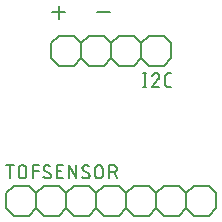
<source format=gbr>
G04 EAGLE Gerber RS-274X export*
G75*
%MOMM*%
%FSLAX34Y34*%
%LPD*%
%INSilkscreen Top*%
%IPPOS*%
%AMOC8*
5,1,8,0,0,1.08239X$1,22.5*%
G01*
%ADD10C,0.152400*%
%ADD11C,0.127000*%


D10*
X102362Y222984D02*
X113199Y222984D01*
X75099Y222984D02*
X64262Y222984D01*
X69681Y228402D02*
X69681Y217565D01*
X107950Y177800D02*
X114300Y184150D01*
X107950Y177800D02*
X95250Y177800D01*
X88900Y184150D01*
X88900Y196850D01*
X95250Y203200D01*
X107950Y203200D01*
X114300Y196850D01*
X146050Y177800D02*
X158750Y177800D01*
X146050Y177800D02*
X139700Y184150D01*
X139700Y196850D01*
X146050Y203200D01*
X139700Y184150D02*
X133350Y177800D01*
X120650Y177800D01*
X114300Y184150D01*
X114300Y196850D01*
X120650Y203200D01*
X133350Y203200D01*
X139700Y196850D01*
X165100Y196850D02*
X165100Y184150D01*
X158750Y177800D01*
X165100Y196850D02*
X158750Y203200D01*
X146050Y203200D01*
X82550Y177800D02*
X69850Y177800D01*
X63500Y184150D01*
X63500Y196850D01*
X69850Y203200D01*
X88900Y184150D02*
X82550Y177800D01*
X88900Y196850D02*
X82550Y203200D01*
X69850Y203200D01*
D11*
X142785Y171577D02*
X142785Y160147D01*
X141515Y160147D02*
X144055Y160147D01*
X144055Y171577D02*
X141515Y171577D01*
X152247Y171578D02*
X152351Y171576D01*
X152456Y171570D01*
X152560Y171561D01*
X152663Y171548D01*
X152766Y171530D01*
X152868Y171510D01*
X152970Y171485D01*
X153070Y171457D01*
X153170Y171425D01*
X153268Y171389D01*
X153365Y171350D01*
X153460Y171308D01*
X153554Y171262D01*
X153646Y171212D01*
X153736Y171160D01*
X153824Y171104D01*
X153910Y171044D01*
X153994Y170982D01*
X154075Y170917D01*
X154154Y170849D01*
X154231Y170777D01*
X154304Y170704D01*
X154376Y170627D01*
X154444Y170548D01*
X154509Y170467D01*
X154571Y170383D01*
X154631Y170297D01*
X154687Y170209D01*
X154739Y170119D01*
X154789Y170027D01*
X154835Y169933D01*
X154877Y169838D01*
X154916Y169741D01*
X154952Y169643D01*
X154984Y169543D01*
X155012Y169443D01*
X155037Y169341D01*
X155057Y169239D01*
X155075Y169136D01*
X155088Y169033D01*
X155097Y168929D01*
X155103Y168824D01*
X155105Y168720D01*
X152247Y171577D02*
X152129Y171575D01*
X152010Y171569D01*
X151892Y171560D01*
X151775Y171547D01*
X151658Y171529D01*
X151541Y171509D01*
X151425Y171484D01*
X151310Y171456D01*
X151197Y171423D01*
X151084Y171388D01*
X150972Y171348D01*
X150862Y171306D01*
X150753Y171259D01*
X150645Y171209D01*
X150540Y171156D01*
X150436Y171099D01*
X150334Y171039D01*
X150234Y170976D01*
X150136Y170909D01*
X150040Y170840D01*
X149947Y170767D01*
X149856Y170691D01*
X149767Y170613D01*
X149681Y170531D01*
X149598Y170447D01*
X149517Y170361D01*
X149440Y170271D01*
X149365Y170180D01*
X149293Y170086D01*
X149224Y169989D01*
X149159Y169891D01*
X149096Y169790D01*
X149037Y169687D01*
X148981Y169583D01*
X148929Y169477D01*
X148880Y169369D01*
X148835Y169260D01*
X148793Y169149D01*
X148755Y169037D01*
X154152Y166498D02*
X154228Y166573D01*
X154303Y166652D01*
X154374Y166733D01*
X154443Y166817D01*
X154508Y166903D01*
X154570Y166991D01*
X154630Y167081D01*
X154686Y167173D01*
X154739Y167268D01*
X154788Y167364D01*
X154834Y167462D01*
X154877Y167561D01*
X154916Y167662D01*
X154951Y167764D01*
X154983Y167867D01*
X155011Y167971D01*
X155036Y168076D01*
X155057Y168183D01*
X155074Y168289D01*
X155087Y168396D01*
X155096Y168504D01*
X155102Y168612D01*
X155104Y168720D01*
X154152Y166497D02*
X148754Y160147D01*
X155104Y160147D01*
X162687Y160147D02*
X165227Y160147D01*
X162687Y160147D02*
X162587Y160149D01*
X162488Y160155D01*
X162388Y160165D01*
X162290Y160178D01*
X162191Y160196D01*
X162094Y160217D01*
X161998Y160242D01*
X161902Y160271D01*
X161808Y160304D01*
X161715Y160340D01*
X161624Y160380D01*
X161534Y160424D01*
X161446Y160471D01*
X161360Y160521D01*
X161276Y160575D01*
X161194Y160632D01*
X161115Y160692D01*
X161037Y160756D01*
X160963Y160822D01*
X160891Y160891D01*
X160822Y160963D01*
X160756Y161037D01*
X160692Y161115D01*
X160632Y161194D01*
X160575Y161276D01*
X160521Y161360D01*
X160471Y161446D01*
X160424Y161534D01*
X160380Y161624D01*
X160340Y161715D01*
X160304Y161808D01*
X160271Y161902D01*
X160242Y161998D01*
X160217Y162094D01*
X160196Y162191D01*
X160178Y162290D01*
X160165Y162388D01*
X160155Y162488D01*
X160149Y162587D01*
X160147Y162687D01*
X160147Y169037D01*
X160149Y169137D01*
X160155Y169236D01*
X160165Y169336D01*
X160178Y169434D01*
X160196Y169533D01*
X160217Y169630D01*
X160242Y169726D01*
X160271Y169822D01*
X160304Y169916D01*
X160340Y170009D01*
X160380Y170100D01*
X160424Y170190D01*
X160471Y170278D01*
X160521Y170364D01*
X160575Y170448D01*
X160632Y170530D01*
X160692Y170609D01*
X160756Y170687D01*
X160822Y170761D01*
X160891Y170833D01*
X160963Y170902D01*
X161037Y170968D01*
X161115Y171032D01*
X161194Y171092D01*
X161276Y171149D01*
X161360Y171203D01*
X161446Y171253D01*
X161534Y171300D01*
X161624Y171344D01*
X161715Y171384D01*
X161808Y171420D01*
X161902Y171453D01*
X161998Y171482D01*
X162094Y171507D01*
X162191Y171528D01*
X162290Y171546D01*
X162388Y171559D01*
X162488Y171569D01*
X162587Y171575D01*
X162687Y171577D01*
X165227Y171577D01*
D10*
X158750Y76200D02*
X152400Y69850D01*
X158750Y76200D02*
X171450Y76200D01*
X177800Y69850D01*
X177800Y57150D01*
X171450Y50800D01*
X158750Y50800D01*
X152400Y57150D01*
X120650Y76200D02*
X107950Y76200D01*
X120650Y76200D02*
X127000Y69850D01*
X127000Y57150D01*
X120650Y50800D01*
X127000Y69850D02*
X133350Y76200D01*
X146050Y76200D01*
X152400Y69850D01*
X152400Y57150D01*
X146050Y50800D01*
X133350Y50800D01*
X127000Y57150D01*
X82550Y76200D02*
X76200Y69850D01*
X82550Y76200D02*
X95250Y76200D01*
X101600Y69850D01*
X101600Y57150D01*
X95250Y50800D01*
X82550Y50800D01*
X76200Y57150D01*
X101600Y69850D02*
X107950Y76200D01*
X101600Y57150D02*
X107950Y50800D01*
X120650Y50800D01*
X44450Y76200D02*
X31750Y76200D01*
X44450Y76200D02*
X50800Y69850D01*
X50800Y57150D01*
X44450Y50800D01*
X50800Y69850D02*
X57150Y76200D01*
X69850Y76200D01*
X76200Y69850D01*
X76200Y57150D01*
X69850Y50800D01*
X57150Y50800D01*
X50800Y57150D01*
X25400Y57150D02*
X25400Y69850D01*
X31750Y76200D01*
X25400Y57150D02*
X31750Y50800D01*
X44450Y50800D01*
X184150Y76200D02*
X196850Y76200D01*
X203200Y69850D01*
X203200Y57150D01*
X196850Y50800D01*
X177800Y69850D02*
X184150Y76200D01*
X177800Y57150D02*
X184150Y50800D01*
X196850Y50800D01*
D11*
X28448Y82423D02*
X28448Y93853D01*
X25273Y93853D02*
X31623Y93853D01*
X35941Y90678D02*
X35941Y85598D01*
X35941Y90678D02*
X35943Y90789D01*
X35949Y90899D01*
X35958Y91010D01*
X35972Y91120D01*
X35989Y91229D01*
X36010Y91338D01*
X36035Y91446D01*
X36064Y91553D01*
X36096Y91659D01*
X36132Y91764D01*
X36172Y91867D01*
X36215Y91969D01*
X36262Y92070D01*
X36313Y92169D01*
X36366Y92265D01*
X36423Y92360D01*
X36484Y92453D01*
X36547Y92544D01*
X36614Y92633D01*
X36684Y92719D01*
X36757Y92802D01*
X36832Y92884D01*
X36910Y92962D01*
X36992Y93037D01*
X37075Y93110D01*
X37161Y93180D01*
X37250Y93247D01*
X37341Y93310D01*
X37434Y93371D01*
X37528Y93428D01*
X37625Y93481D01*
X37724Y93532D01*
X37825Y93579D01*
X37927Y93622D01*
X38030Y93662D01*
X38135Y93698D01*
X38241Y93730D01*
X38348Y93759D01*
X38456Y93784D01*
X38565Y93805D01*
X38674Y93822D01*
X38784Y93836D01*
X38895Y93845D01*
X39005Y93851D01*
X39116Y93853D01*
X39227Y93851D01*
X39337Y93845D01*
X39448Y93836D01*
X39558Y93822D01*
X39667Y93805D01*
X39776Y93784D01*
X39884Y93759D01*
X39991Y93730D01*
X40097Y93698D01*
X40202Y93662D01*
X40305Y93622D01*
X40407Y93579D01*
X40508Y93532D01*
X40607Y93481D01*
X40704Y93428D01*
X40798Y93371D01*
X40891Y93310D01*
X40982Y93247D01*
X41071Y93180D01*
X41157Y93110D01*
X41240Y93037D01*
X41322Y92962D01*
X41400Y92884D01*
X41475Y92802D01*
X41548Y92719D01*
X41618Y92633D01*
X41685Y92544D01*
X41748Y92453D01*
X41809Y92360D01*
X41866Y92266D01*
X41919Y92169D01*
X41970Y92070D01*
X42017Y91969D01*
X42060Y91867D01*
X42100Y91764D01*
X42136Y91659D01*
X42168Y91553D01*
X42197Y91446D01*
X42222Y91338D01*
X42243Y91229D01*
X42260Y91120D01*
X42274Y91010D01*
X42283Y90899D01*
X42289Y90789D01*
X42291Y90678D01*
X42291Y85598D01*
X42289Y85487D01*
X42283Y85377D01*
X42274Y85266D01*
X42260Y85156D01*
X42243Y85047D01*
X42222Y84938D01*
X42197Y84830D01*
X42168Y84723D01*
X42136Y84617D01*
X42100Y84512D01*
X42060Y84409D01*
X42017Y84307D01*
X41970Y84206D01*
X41919Y84107D01*
X41866Y84010D01*
X41809Y83916D01*
X41748Y83823D01*
X41685Y83732D01*
X41618Y83643D01*
X41548Y83557D01*
X41475Y83474D01*
X41400Y83392D01*
X41322Y83314D01*
X41240Y83239D01*
X41157Y83166D01*
X41071Y83096D01*
X40982Y83029D01*
X40891Y82966D01*
X40798Y82905D01*
X40703Y82848D01*
X40607Y82795D01*
X40508Y82744D01*
X40407Y82697D01*
X40305Y82654D01*
X40202Y82614D01*
X40097Y82578D01*
X39991Y82546D01*
X39884Y82517D01*
X39776Y82492D01*
X39667Y82471D01*
X39558Y82454D01*
X39448Y82440D01*
X39337Y82431D01*
X39227Y82425D01*
X39116Y82423D01*
X39005Y82425D01*
X38895Y82431D01*
X38784Y82440D01*
X38674Y82454D01*
X38565Y82471D01*
X38456Y82492D01*
X38348Y82517D01*
X38241Y82546D01*
X38135Y82578D01*
X38030Y82614D01*
X37927Y82654D01*
X37825Y82697D01*
X37724Y82744D01*
X37625Y82795D01*
X37529Y82848D01*
X37434Y82905D01*
X37341Y82966D01*
X37250Y83029D01*
X37161Y83096D01*
X37075Y83166D01*
X36992Y83239D01*
X36910Y83314D01*
X36832Y83392D01*
X36757Y83474D01*
X36684Y83557D01*
X36614Y83643D01*
X36547Y83732D01*
X36484Y83823D01*
X36423Y83916D01*
X36366Y84011D01*
X36313Y84107D01*
X36262Y84206D01*
X36215Y84307D01*
X36172Y84409D01*
X36132Y84512D01*
X36096Y84617D01*
X36064Y84723D01*
X36035Y84830D01*
X36010Y84938D01*
X35989Y85047D01*
X35972Y85156D01*
X35958Y85266D01*
X35949Y85377D01*
X35943Y85487D01*
X35941Y85598D01*
X47777Y82423D02*
X47777Y93853D01*
X52857Y93853D01*
X52857Y88773D02*
X47777Y88773D01*
X60706Y82423D02*
X60806Y82425D01*
X60905Y82431D01*
X61005Y82441D01*
X61103Y82454D01*
X61202Y82472D01*
X61299Y82493D01*
X61395Y82518D01*
X61491Y82547D01*
X61585Y82580D01*
X61678Y82616D01*
X61769Y82656D01*
X61859Y82700D01*
X61947Y82747D01*
X62033Y82797D01*
X62117Y82851D01*
X62199Y82908D01*
X62278Y82968D01*
X62356Y83032D01*
X62430Y83098D01*
X62502Y83167D01*
X62571Y83239D01*
X62637Y83313D01*
X62701Y83391D01*
X62761Y83470D01*
X62818Y83552D01*
X62872Y83636D01*
X62922Y83722D01*
X62969Y83810D01*
X63013Y83900D01*
X63053Y83991D01*
X63089Y84084D01*
X63122Y84178D01*
X63151Y84274D01*
X63176Y84370D01*
X63197Y84467D01*
X63215Y84566D01*
X63228Y84664D01*
X63238Y84764D01*
X63244Y84863D01*
X63246Y84963D01*
X60706Y82423D02*
X60565Y82425D01*
X60424Y82430D01*
X60283Y82440D01*
X60142Y82453D01*
X60002Y82469D01*
X59862Y82490D01*
X59723Y82514D01*
X59584Y82542D01*
X59447Y82573D01*
X59310Y82608D01*
X59174Y82646D01*
X59039Y82688D01*
X58906Y82734D01*
X58773Y82783D01*
X58642Y82836D01*
X58513Y82892D01*
X58384Y82951D01*
X58258Y83014D01*
X58133Y83080D01*
X58010Y83149D01*
X57889Y83222D01*
X57770Y83298D01*
X57652Y83377D01*
X57537Y83458D01*
X57425Y83543D01*
X57314Y83631D01*
X57206Y83722D01*
X57100Y83815D01*
X56997Y83912D01*
X56896Y84011D01*
X57213Y91313D02*
X57215Y91413D01*
X57221Y91512D01*
X57231Y91612D01*
X57244Y91710D01*
X57262Y91809D01*
X57283Y91906D01*
X57308Y92002D01*
X57337Y92098D01*
X57370Y92192D01*
X57406Y92285D01*
X57446Y92376D01*
X57490Y92466D01*
X57537Y92554D01*
X57587Y92640D01*
X57641Y92724D01*
X57698Y92806D01*
X57758Y92885D01*
X57822Y92963D01*
X57888Y93037D01*
X57957Y93109D01*
X58029Y93178D01*
X58103Y93244D01*
X58181Y93308D01*
X58260Y93368D01*
X58342Y93425D01*
X58426Y93479D01*
X58512Y93529D01*
X58600Y93576D01*
X58690Y93620D01*
X58781Y93660D01*
X58874Y93696D01*
X58968Y93729D01*
X59064Y93758D01*
X59160Y93783D01*
X59257Y93804D01*
X59356Y93822D01*
X59454Y93835D01*
X59554Y93845D01*
X59653Y93851D01*
X59753Y93853D01*
X59753Y93854D02*
X59886Y93852D01*
X60019Y93847D01*
X60152Y93837D01*
X60285Y93824D01*
X60417Y93807D01*
X60549Y93787D01*
X60680Y93763D01*
X60810Y93735D01*
X60940Y93704D01*
X61068Y93669D01*
X61196Y93630D01*
X61322Y93588D01*
X61447Y93542D01*
X61571Y93493D01*
X61694Y93441D01*
X61815Y93385D01*
X61934Y93325D01*
X62052Y93263D01*
X62167Y93197D01*
X62281Y93128D01*
X62393Y93055D01*
X62503Y92980D01*
X62611Y92901D01*
X58483Y89090D02*
X58399Y89142D01*
X58316Y89197D01*
X58236Y89256D01*
X58158Y89317D01*
X58083Y89381D01*
X58010Y89449D01*
X57939Y89519D01*
X57872Y89591D01*
X57807Y89666D01*
X57745Y89744D01*
X57686Y89824D01*
X57630Y89906D01*
X57578Y89990D01*
X57529Y90076D01*
X57483Y90164D01*
X57440Y90254D01*
X57401Y90345D01*
X57366Y90438D01*
X57334Y90532D01*
X57306Y90627D01*
X57281Y90723D01*
X57261Y90820D01*
X57243Y90918D01*
X57230Y91016D01*
X57221Y91115D01*
X57215Y91214D01*
X57213Y91313D01*
X61976Y87186D02*
X62060Y87134D01*
X62143Y87079D01*
X62223Y87020D01*
X62301Y86959D01*
X62376Y86895D01*
X62449Y86827D01*
X62520Y86757D01*
X62587Y86685D01*
X62652Y86610D01*
X62714Y86532D01*
X62773Y86452D01*
X62829Y86370D01*
X62881Y86286D01*
X62930Y86200D01*
X62976Y86112D01*
X63019Y86022D01*
X63058Y85931D01*
X63093Y85838D01*
X63125Y85744D01*
X63153Y85649D01*
X63178Y85553D01*
X63198Y85456D01*
X63216Y85358D01*
X63229Y85260D01*
X63238Y85161D01*
X63244Y85062D01*
X63246Y84963D01*
X61976Y87186D02*
X58483Y89091D01*
X68351Y82423D02*
X73431Y82423D01*
X68351Y82423D02*
X68351Y93853D01*
X73431Y93853D01*
X72161Y88773D02*
X68351Y88773D01*
X78232Y93853D02*
X78232Y82423D01*
X84582Y82423D02*
X78232Y93853D01*
X84582Y93853D02*
X84582Y82423D01*
X93472Y82423D02*
X93572Y82425D01*
X93671Y82431D01*
X93771Y82441D01*
X93869Y82454D01*
X93968Y82472D01*
X94065Y82493D01*
X94161Y82518D01*
X94257Y82547D01*
X94351Y82580D01*
X94444Y82616D01*
X94535Y82656D01*
X94625Y82700D01*
X94713Y82747D01*
X94799Y82797D01*
X94883Y82851D01*
X94965Y82908D01*
X95044Y82968D01*
X95122Y83032D01*
X95196Y83098D01*
X95268Y83167D01*
X95337Y83239D01*
X95403Y83313D01*
X95467Y83391D01*
X95527Y83470D01*
X95584Y83552D01*
X95638Y83636D01*
X95688Y83722D01*
X95735Y83810D01*
X95779Y83900D01*
X95819Y83991D01*
X95855Y84084D01*
X95888Y84178D01*
X95917Y84274D01*
X95942Y84370D01*
X95963Y84467D01*
X95981Y84566D01*
X95994Y84664D01*
X96004Y84764D01*
X96010Y84863D01*
X96012Y84963D01*
X93472Y82423D02*
X93331Y82425D01*
X93190Y82430D01*
X93049Y82440D01*
X92908Y82453D01*
X92768Y82469D01*
X92628Y82490D01*
X92489Y82514D01*
X92350Y82542D01*
X92213Y82573D01*
X92076Y82608D01*
X91940Y82646D01*
X91805Y82688D01*
X91672Y82734D01*
X91539Y82783D01*
X91408Y82836D01*
X91279Y82892D01*
X91150Y82951D01*
X91024Y83014D01*
X90899Y83080D01*
X90776Y83149D01*
X90655Y83222D01*
X90536Y83298D01*
X90418Y83377D01*
X90303Y83458D01*
X90191Y83543D01*
X90080Y83631D01*
X89972Y83722D01*
X89866Y83815D01*
X89763Y83912D01*
X89662Y84011D01*
X89979Y91313D02*
X89981Y91413D01*
X89987Y91512D01*
X89997Y91612D01*
X90010Y91710D01*
X90028Y91809D01*
X90049Y91906D01*
X90074Y92002D01*
X90103Y92098D01*
X90136Y92192D01*
X90172Y92285D01*
X90212Y92376D01*
X90256Y92466D01*
X90303Y92554D01*
X90353Y92640D01*
X90407Y92724D01*
X90464Y92806D01*
X90524Y92885D01*
X90588Y92963D01*
X90654Y93037D01*
X90723Y93109D01*
X90795Y93178D01*
X90869Y93244D01*
X90947Y93308D01*
X91026Y93368D01*
X91108Y93425D01*
X91192Y93479D01*
X91278Y93529D01*
X91366Y93576D01*
X91456Y93620D01*
X91547Y93660D01*
X91640Y93696D01*
X91734Y93729D01*
X91830Y93758D01*
X91926Y93783D01*
X92023Y93804D01*
X92122Y93822D01*
X92220Y93835D01*
X92320Y93845D01*
X92419Y93851D01*
X92519Y93853D01*
X92519Y93854D02*
X92652Y93852D01*
X92785Y93847D01*
X92918Y93837D01*
X93051Y93824D01*
X93183Y93807D01*
X93315Y93787D01*
X93446Y93763D01*
X93576Y93735D01*
X93706Y93704D01*
X93834Y93669D01*
X93962Y93630D01*
X94088Y93588D01*
X94213Y93542D01*
X94337Y93493D01*
X94460Y93441D01*
X94581Y93385D01*
X94700Y93325D01*
X94818Y93263D01*
X94933Y93197D01*
X95047Y93128D01*
X95159Y93055D01*
X95269Y92980D01*
X95377Y92901D01*
X91249Y89090D02*
X91165Y89142D01*
X91082Y89197D01*
X91002Y89256D01*
X90924Y89317D01*
X90849Y89381D01*
X90776Y89449D01*
X90705Y89519D01*
X90638Y89591D01*
X90573Y89666D01*
X90511Y89744D01*
X90452Y89824D01*
X90396Y89906D01*
X90344Y89990D01*
X90295Y90076D01*
X90249Y90164D01*
X90206Y90254D01*
X90167Y90345D01*
X90132Y90438D01*
X90100Y90532D01*
X90072Y90627D01*
X90047Y90723D01*
X90027Y90820D01*
X90009Y90918D01*
X89996Y91016D01*
X89987Y91115D01*
X89981Y91214D01*
X89979Y91313D01*
X94742Y87186D02*
X94826Y87134D01*
X94909Y87079D01*
X94989Y87020D01*
X95067Y86959D01*
X95142Y86895D01*
X95215Y86827D01*
X95286Y86757D01*
X95353Y86685D01*
X95418Y86610D01*
X95480Y86532D01*
X95539Y86452D01*
X95595Y86370D01*
X95647Y86286D01*
X95696Y86200D01*
X95742Y86112D01*
X95785Y86022D01*
X95824Y85931D01*
X95859Y85838D01*
X95891Y85744D01*
X95919Y85649D01*
X95944Y85553D01*
X95964Y85456D01*
X95982Y85358D01*
X95995Y85260D01*
X96004Y85161D01*
X96010Y85062D01*
X96012Y84963D01*
X94742Y87186D02*
X91249Y89091D01*
X100711Y90678D02*
X100711Y85598D01*
X100711Y90678D02*
X100713Y90789D01*
X100719Y90899D01*
X100728Y91010D01*
X100742Y91120D01*
X100759Y91229D01*
X100780Y91338D01*
X100805Y91446D01*
X100834Y91553D01*
X100866Y91659D01*
X100902Y91764D01*
X100942Y91867D01*
X100985Y91969D01*
X101032Y92070D01*
X101083Y92169D01*
X101136Y92265D01*
X101193Y92360D01*
X101254Y92453D01*
X101317Y92544D01*
X101384Y92633D01*
X101454Y92719D01*
X101527Y92802D01*
X101602Y92884D01*
X101680Y92962D01*
X101762Y93037D01*
X101845Y93110D01*
X101931Y93180D01*
X102020Y93247D01*
X102111Y93310D01*
X102204Y93371D01*
X102299Y93428D01*
X102395Y93481D01*
X102494Y93532D01*
X102595Y93579D01*
X102697Y93622D01*
X102800Y93662D01*
X102905Y93698D01*
X103011Y93730D01*
X103118Y93759D01*
X103226Y93784D01*
X103335Y93805D01*
X103444Y93822D01*
X103554Y93836D01*
X103665Y93845D01*
X103775Y93851D01*
X103886Y93853D01*
X103997Y93851D01*
X104107Y93845D01*
X104218Y93836D01*
X104328Y93822D01*
X104437Y93805D01*
X104546Y93784D01*
X104654Y93759D01*
X104761Y93730D01*
X104867Y93698D01*
X104972Y93662D01*
X105075Y93622D01*
X105177Y93579D01*
X105278Y93532D01*
X105377Y93481D01*
X105474Y93428D01*
X105568Y93371D01*
X105661Y93310D01*
X105752Y93247D01*
X105841Y93180D01*
X105927Y93110D01*
X106010Y93037D01*
X106092Y92962D01*
X106170Y92884D01*
X106245Y92802D01*
X106318Y92719D01*
X106388Y92633D01*
X106455Y92544D01*
X106518Y92453D01*
X106579Y92360D01*
X106636Y92266D01*
X106689Y92169D01*
X106740Y92070D01*
X106787Y91969D01*
X106830Y91867D01*
X106870Y91764D01*
X106906Y91659D01*
X106938Y91553D01*
X106967Y91446D01*
X106992Y91338D01*
X107013Y91229D01*
X107030Y91120D01*
X107044Y91010D01*
X107053Y90899D01*
X107059Y90789D01*
X107061Y90678D01*
X107061Y85598D01*
X107059Y85487D01*
X107053Y85377D01*
X107044Y85266D01*
X107030Y85156D01*
X107013Y85047D01*
X106992Y84938D01*
X106967Y84830D01*
X106938Y84723D01*
X106906Y84617D01*
X106870Y84512D01*
X106830Y84409D01*
X106787Y84307D01*
X106740Y84206D01*
X106689Y84107D01*
X106636Y84010D01*
X106579Y83916D01*
X106518Y83823D01*
X106455Y83732D01*
X106388Y83643D01*
X106318Y83557D01*
X106245Y83474D01*
X106170Y83392D01*
X106092Y83314D01*
X106010Y83239D01*
X105927Y83166D01*
X105841Y83096D01*
X105752Y83029D01*
X105661Y82966D01*
X105568Y82905D01*
X105473Y82848D01*
X105377Y82795D01*
X105278Y82744D01*
X105177Y82697D01*
X105075Y82654D01*
X104972Y82614D01*
X104867Y82578D01*
X104761Y82546D01*
X104654Y82517D01*
X104546Y82492D01*
X104437Y82471D01*
X104328Y82454D01*
X104218Y82440D01*
X104107Y82431D01*
X103997Y82425D01*
X103886Y82423D01*
X103775Y82425D01*
X103665Y82431D01*
X103554Y82440D01*
X103444Y82454D01*
X103335Y82471D01*
X103226Y82492D01*
X103118Y82517D01*
X103011Y82546D01*
X102905Y82578D01*
X102800Y82614D01*
X102697Y82654D01*
X102595Y82697D01*
X102494Y82744D01*
X102395Y82795D01*
X102299Y82848D01*
X102204Y82905D01*
X102111Y82966D01*
X102020Y83029D01*
X101931Y83096D01*
X101845Y83166D01*
X101762Y83239D01*
X101680Y83314D01*
X101602Y83392D01*
X101527Y83474D01*
X101454Y83557D01*
X101384Y83643D01*
X101317Y83732D01*
X101254Y83823D01*
X101193Y83916D01*
X101136Y84011D01*
X101083Y84107D01*
X101032Y84206D01*
X100985Y84307D01*
X100942Y84409D01*
X100902Y84512D01*
X100866Y84617D01*
X100834Y84723D01*
X100805Y84830D01*
X100780Y84938D01*
X100759Y85047D01*
X100742Y85156D01*
X100728Y85266D01*
X100719Y85377D01*
X100713Y85487D01*
X100711Y85598D01*
X112605Y82423D02*
X112605Y93853D01*
X115780Y93853D01*
X115891Y93851D01*
X116001Y93845D01*
X116112Y93836D01*
X116222Y93822D01*
X116331Y93805D01*
X116440Y93784D01*
X116548Y93759D01*
X116655Y93730D01*
X116761Y93698D01*
X116866Y93662D01*
X116969Y93622D01*
X117071Y93579D01*
X117172Y93532D01*
X117271Y93481D01*
X117368Y93428D01*
X117462Y93371D01*
X117555Y93310D01*
X117646Y93247D01*
X117735Y93180D01*
X117821Y93110D01*
X117904Y93037D01*
X117986Y92962D01*
X118064Y92884D01*
X118139Y92802D01*
X118212Y92719D01*
X118282Y92633D01*
X118349Y92544D01*
X118412Y92453D01*
X118473Y92360D01*
X118530Y92265D01*
X118583Y92169D01*
X118634Y92070D01*
X118681Y91969D01*
X118724Y91867D01*
X118764Y91764D01*
X118800Y91659D01*
X118832Y91553D01*
X118861Y91446D01*
X118886Y91338D01*
X118907Y91229D01*
X118924Y91120D01*
X118938Y91010D01*
X118947Y90899D01*
X118953Y90789D01*
X118955Y90678D01*
X118953Y90567D01*
X118947Y90457D01*
X118938Y90346D01*
X118924Y90236D01*
X118907Y90127D01*
X118886Y90018D01*
X118861Y89910D01*
X118832Y89803D01*
X118800Y89697D01*
X118764Y89592D01*
X118724Y89489D01*
X118681Y89387D01*
X118634Y89286D01*
X118583Y89187D01*
X118530Y89090D01*
X118473Y88996D01*
X118412Y88903D01*
X118349Y88812D01*
X118282Y88723D01*
X118212Y88637D01*
X118139Y88554D01*
X118064Y88472D01*
X117986Y88394D01*
X117904Y88319D01*
X117821Y88246D01*
X117735Y88176D01*
X117646Y88109D01*
X117555Y88046D01*
X117462Y87985D01*
X117367Y87928D01*
X117271Y87875D01*
X117172Y87824D01*
X117071Y87777D01*
X116969Y87734D01*
X116866Y87694D01*
X116761Y87658D01*
X116655Y87626D01*
X116548Y87597D01*
X116440Y87572D01*
X116331Y87551D01*
X116222Y87534D01*
X116112Y87520D01*
X116001Y87511D01*
X115891Y87505D01*
X115780Y87503D01*
X112605Y87503D01*
X116415Y87503D02*
X118955Y82423D01*
M02*

</source>
